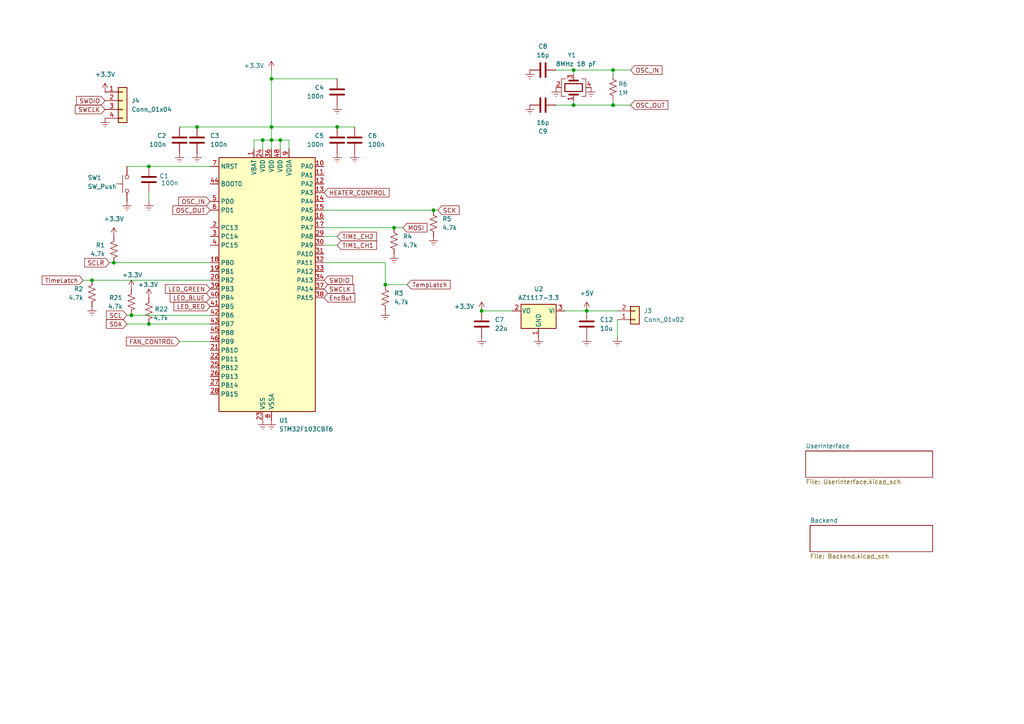
<source format=kicad_sch>
(kicad_sch (version 20231120) (generator "eeschema") (generator_version "8.0")
  (paper "A4")
  (lib_symbols
    (symbol "Connector_Generic:Conn_01x02" (pin_names (offset 1.016) hide)
      (property "Reference" "J3" (at 2.54 0.0001 0))
      (property "Value" "Conn_01x02" (at 2.54 -2.5399 0))
      (symbol "Conn_01x02_1_1"
        (rectangle (start -1.27 -2.413) (end 0 -2.667) (stroke (width 0.1524)))
        (rectangle (start -1.27 0.127) (end 0 -0.127) (stroke (width 0.1524)))
        (rectangle (start -1.27 1.27) (end 1.27 -3.81) (stroke (width 0.254)) (fill (type background)))
        (pin passive line (at -5.08 -2.54 0) (length 3.81) (name "Pin_2") (number "1"))
        (pin passive line (at -5.08 0 0) (length 3.81) (name "Pin_1") (number "2"))
      )
    )
    (symbol "Connector_Generic:Conn_01x04" (pin_names (offset 1.016) hide)
      (property "Reference" "J" (at 0 5.08 0))
      (property "Value" "Conn_01x04" (at 0 -7.62 0))
      (symbol "Conn_01x04_1_1"
        (rectangle (start -1.27 -4.953) (end 0 -5.207) (stroke (width 0.1524)))
        (rectangle (start -1.27 -2.413) (end 0 -2.667) (stroke (width 0.1524)))
        (rectangle (start -1.27 0.127) (end 0 -0.127) (stroke (width 0.1524)))
        (rectangle (start -1.27 2.667) (end 0 2.413) (stroke (width 0.1524)))
        (rectangle (start -1.27 3.81) (end 1.27 -6.35) (stroke (width 0.254)) (fill (type background)))
        (pin passive line (at -5.08 2.54 0) (length 3.81) (name "Pin_1") (number "1"))
        (pin passive line (at -5.08 0 0) (length 3.81) (name "Pin_2") (number "2"))
        (pin passive line (at -5.08 -2.54 0) (length 3.81) (name "Pin_3") (number "3"))
        (pin passive line (at -5.08 -5.08 0) (length 3.81) (name "Pin_4") (number "4"))
      )
    )
    (symbol "Device:C" (pin_numbers hide) (pin_names (offset 0.254))
      (property "Reference" "C" (at 0.635 2.54 0))
      (property "Value" "C" (at 0.635 -2.54 0))
      (symbol "C_0_1"
        (polyline (pts (xy -2.032 -0.762) (xy 2.032 -0.762)) (stroke (width 0.508)))
        (polyline (pts (xy -2.032 0.762) (xy 2.032 0.762)) (stroke (width 0.508)))
      )
      (symbol "C_1_1"
        (pin passive line (at 0 3.81 270) (length 2.794) (name "~") (number "1"))
        (pin passive line (at 0 -3.81 90) (length 2.794) (name "~") (number "2"))
      )
    )
    (symbol "Device:Crystal_GND24" (pin_names (offset 1.016) hide)
      (property "Reference" "Y" (at 3.175 5.08 0))
      (property "Value" "Crystal_GND24" (at 3.175 3.175 0))
      (symbol "Crystal_GND24_0_1"
        (rectangle (start -1.143 2.54) (end 1.143 -2.54) (stroke (width 0.3048)))
        (polyline (pts (xy -2.54 0) (xy -2.032 0)))
        (polyline (pts (xy -2.032 -1.27) (xy -2.032 1.27)) (stroke (width 0.508)))
        (polyline (pts (xy 0 -3.81) (xy 0 -3.556)))
        (polyline (pts (xy 0 3.556) (xy 0 3.81)))
        (polyline (pts (xy 2.032 -1.27) (xy 2.032 1.27)) (stroke (width 0.508)))
        (polyline (pts (xy 2.032 0) (xy 2.54 0)))
        (polyline (pts (xy -2.54 -2.286) (xy -2.54 -3.556) (xy 2.54 -3.556) (xy 2.54 -2.286)))
        (polyline (pts (xy -2.54 2.286) (xy -2.54 3.556) (xy 2.54 3.556) (xy 2.54 2.286)))
      )
      (symbol "Crystal_GND24_1_1"
        (pin passive line (at -3.81 0 0) (length 1.27) (name "1") (number "1"))
        (pin passive line (at 0 5.08 270) (length 1.27) (name "2") (number "2"))
        (pin passive line (at 3.81 0 180) (length 1.27) (name "3") (number "3"))
        (pin passive line (at 0 -5.08 90) (length 1.27) (name "4") (number "4"))
      )
    )
    (symbol "Device:R_US" (pin_numbers hide) (pin_names (offset 0))
      (property "Reference" "R" (at 2.54 0 90))
      (property "Value" "R_US" (at -2.54 0 90))
      (symbol "R_US_0_1"
        (polyline (pts (xy 0 -2.286) (xy 0 -2.54)))
        (polyline (pts (xy 0 2.286) (xy 0 2.54)))
        (polyline (pts (xy 0 -0.762) (xy 1.016 -1.143) (xy 0 -1.524) (xy -1.016 -1.905) (xy 0 -2.286)))
        (polyline (pts (xy 0 0.762) (xy 1.016 0.381) (xy 0 0) (xy -1.016 -0.381) (xy 0 -0.762)))
        (polyline (pts (xy 0 2.286) (xy 1.016 1.905) (xy 0 1.524) (xy -1.016 1.143) (xy 0 0.762)))
      )
      (symbol "R_US_1_1"
        (pin passive line (at 0 3.81 270) (length 1.27) (name "~") (number "1"))
        (pin passive line (at 0 -3.81 90) (length 1.27) (name "~") (number "2"))
      )
    )
    (symbol "MCU_ST_STM32F1:STM32F103CBTx"
      (property "Reference" "U" (at -12.7 39.37 0))
      (property "Value" "STM32F103CBTx" (at 10.16 39.37 0))
      (symbol "STM32F103CBTx_0_1"
        (rectangle (start -12.7 -35.56) (end 15.24 38.1) (stroke (width 0.254)) (fill (type background)))
      )
      (symbol "STM32F103CBTx_1_1"
        (pin power_in line (at -2.54 40.64 270) (length 2.54) (name "VBAT") (number "1"))
        (pin bidirectional line (at 17.78 35.56 180) (length 2.54) (name "PA0") (number "10"))
        (pin bidirectional line (at 17.78 33.02 180) (length 2.54) (name "PA1") (number "11"))
        (pin bidirectional line (at 17.78 30.48 180) (length 2.54) (name "PA2") (number "12"))
        (pin bidirectional line (at 17.78 27.94 180) (length 2.54) (name "PA3") (number "13"))
        (pin bidirectional line (at 17.78 25.4 180) (length 2.54) (name "PA4") (number "14"))
        (pin bidirectional line (at 17.78 22.86 180) (length 2.54) (name "PA5") (number "15"))
        (pin bidirectional line (at 17.78 20.32 180) (length 2.54) (name "PA6") (number "16"))
        (pin bidirectional line (at 17.78 17.78 180) (length 2.54) (name "PA7") (number "17"))
        (pin bidirectional line (at -15.24 7.62 0) (length 2.54) (name "PB0") (number "18"))
        (pin bidirectional line (at -15.24 5.08 0) (length 2.54) (name "PB1") (number "19"))
        (pin bidirectional line (at -15.24 17.78 0) (length 2.54) (name "PC13") (number "2"))
        (pin bidirectional line (at -15.24 2.54 0) (length 2.54) (name "PB2") (number "20"))
        (pin bidirectional line (at -15.24 -17.78 0) (length 2.54) (name "PB10") (number "21"))
        (pin bidirectional line (at -15.24 -20.32 0) (length 2.54) (name "PB11") (number "22"))
        (pin power_in line (at 0 -38.1 90) (length 2.54) (name "VSS") (number "23"))
        (pin power_in line (at 0 40.64 270) (length 2.54) (name "VDD") (number "24"))
        (pin bidirectional line (at -15.24 -22.86 0) (length 2.54) (name "PB12") (number "25"))
        (pin bidirectional line (at -15.24 -25.4 0) (length 2.54) (name "PB13") (number "26"))
        (pin bidirectional line (at -15.24 -27.94 0) (length 2.54) (name "PB14") (number "27"))
        (pin bidirectional line (at -15.24 -30.48 0) (length 2.54) (name "PB15") (number "28"))
        (pin bidirectional line (at 17.78 15.24 180) (length 2.54) (name "PA8") (number "29"))
        (pin bidirectional line (at -15.24 15.24 0) (length 2.54) (name "PC14") (number "3"))
        (pin bidirectional line (at 17.78 12.7 180) (length 2.54) (name "PA9") (number "30"))
        (pin bidirectional line (at 17.78 10.16 180) (length 2.54) (name "PA10") (number "31"))
        (pin bidirectional line (at 17.78 7.62 180) (length 2.54) (name "PA11") (number "32"))
        (pin bidirectional line (at 17.78 5.08 180) (length 2.54) (name "PA12") (number "33"))
        (pin bidirectional line (at 17.78 2.54 180) (length 2.54) (name "PA13") (number "34"))
        (pin passive line (at 0 -38.1 90) (length 2.54) hide (name "VSS") (number "35"))
        (pin power_in line (at 2.54 40.64 270) (length 2.54) (name "VDD") (number "36"))
        (pin bidirectional line (at 17.78 0 180) (length 2.54) (name "PA14") (number "37"))
        (pin bidirectional line (at 17.78 -2.54 180) (length 2.54) (name "PA15") (number "38"))
        (pin bidirectional line (at -15.24 0 0) (length 2.54) (name "PB3") (number "39"))
        (pin bidirectional line (at -15.24 12.7 0) (length 2.54) (name "PC15") (number "4"))
        (pin bidirectional line (at -15.24 -2.54 0) (length 2.54) (name "PB4") (number "40"))
        (pin bidirectional line (at -15.24 -5.08 0) (length 2.54) (name "PB5") (number "41"))
        (pin bidirectional line (at -15.24 -7.62 0) (length 2.54) (name "PB6") (number "42"))
        (pin bidirectional line (at -15.24 -10.16 0) (length 2.54) (name "PB7") (number "43"))
        (pin input line (at -15.24 30.48 0) (length 2.54) (name "BOOT0") (number "44"))
        (pin bidirectional line (at -15.24 -12.7 0) (length 2.54) (name "PB8") (number "45"))
        (pin bidirectional line (at -15.24 -15.24 0) (length 2.54) (name "PB9") (number "46"))
        (pin passive line (at 0 -38.1 90) (length 2.54) hide (name "VSS") (number "47"))
        (pin power_in line (at 5.08 40.64 270) (length 2.54) (name "VDD") (number "48"))
        (pin bidirectional line (at -15.24 25.4 0) (length 2.54) (name "PD0") (number "5"))
        (pin bidirectional line (at -15.24 22.86 0) (length 2.54) (name "PD1") (number "6"))
        (pin input line (at -15.24 35.56 0) (length 2.54) (name "NRST") (number "7"))
        (pin power_in line (at 2.54 -38.1 90) (length 2.54) (name "VSSA") (number "8"))
        (pin power_in line (at 7.62 40.64 270) (length 2.54) (name "VDDA") (number "9"))
      )
    )
    (symbol "Regulator_Linear:AZ1117-3.3" (pin_names (offset 0.254))
      (property "Reference" "U" (at -3.81 3.175 0))
      (property "Value" "AZ1117-3.3" (at 0 3.175 0))
      (symbol "AZ1117-3.3_0_1"
        (rectangle (start -5.08 1.905) (end 5.08 -5.08) (stroke (width 0.254)) (fill (type background)))
      )
      (symbol "AZ1117-3.3_1_1"
        (pin power_in line (at 0 -7.62 90) (length 2.54) (name "GND") (number "1"))
        (pin power_out line (at 7.62 0 180) (length 2.54) (name "VO") (number "2"))
        (pin power_in line (at -7.62 0 0) (length 2.54) (name "VI") (number "3"))
      )
    )
    (symbol "Switch:SW_Push" (pin_numbers hide) (pin_names (offset 1.016) hide)
      (property "Reference" "SW" (at 1.27 2.54 0))
      (property "Value" "SW_Push" (at 0 -1.524 0))
      (symbol "SW_Push_0_1"
        (circle (center -2.032 0) (radius 0.508))
        (polyline (pts (xy 0 1.27) (xy 0 3.048)))
        (polyline (pts (xy 2.54 1.27) (xy -2.54 1.27)))
        (circle (center 2.032 0) (radius 0.508))
        (pin passive line (at -5.08 0 0) (length 2.54) (name "1") (number "1"))
        (pin passive line (at 5.08 0 180) (length 2.54) (name "2") (number "2"))
      )
    )
    (symbol "power:+3.3V" (power) (pin_numbers hide) (pin_names (offset 0) hide)
      (property "Value" "+3.3V" (at 0 3.556 0))
      (symbol "+3.3V_0_1"
        (polyline (pts (xy -0.762 1.27) (xy 0 2.54)))
        (polyline (pts (xy 0 0) (xy 0 2.54)))
        (polyline (pts (xy 0 2.54) (xy 0.762 1.27)))
      )
      (symbol "+3.3V_1_1"
        (pin power_in line (at 0 0 90) (length 0) (name "~") (number "1"))
      )
    )
    (symbol "power:+5V" (power) (pin_numbers hide) (pin_names (offset 0) hide)
      (property "Value" "+5V" (at 0 3.556 0))
      (symbol "+5V_0_1"
        (polyline (pts (xy -0.762 1.27) (xy 0 2.54)))
        (polyline (pts (xy 0 0) (xy 0 2.54)))
        (polyline (pts (xy 0 2.54) (xy 0.762 1.27)))
      )
      (symbol "+5V_1_1"
        (pin power_in line (at 0 0 90) (length 0) (name "~") (number "1"))
      )
    )
    (symbol "power:Earth" (power) (pin_numbers hide) (pin_names (offset 0) hide)
      (property "Value" "Earth" (at 0 -3.81 0))
      (symbol "Earth_0_1"
        (polyline (pts (xy -0.635 -1.905) (xy 0.635 -1.905)))
        (polyline (pts (xy -0.127 -2.54) (xy 0.127 -2.54)))
        (polyline (pts (xy 0 -1.27) (xy 0 0)))
        (polyline (pts (xy 1.27 -1.27) (xy -1.27 -1.27)))
      )
      (symbol "Earth_1_1"
        (pin power_in line (at 0 0 270) (length 0) (name "~") (number "1"))
      )
    )
  )
  (junction (at 81.28 40.64))
  (junction (at 125.73 60.96))
  (junction (at 139.7 90.17))
  (junction (at 114.3 66.04))
  (junction (at 38.1 91.44))
  (junction (at 76.2 40.64))
  (junction (at 57.15 36.83))
  (junction (at 170.18 90.17))
  (junction (at 177.8 30.48))
  (junction (at 166.37 30.48))
  (junction (at 78.74 22.86))
  (junction (at 111.76 82.55))
  (junction (at 33.02 76.2))
  (junction (at 177.8 20.32))
  (junction (at 43.18 48.26))
  (junction (at 97.79 36.83))
  (junction (at 43.18 93.98))
  (junction (at 78.74 40.64))
  (junction (at 26.67 81.28))
  (junction (at 78.74 36.83))
  (junction (at 166.37 20.32))
  (wire (pts (xy 182.88 30.48) (xy 177.8 30.48)))
  (wire (pts (xy 83.82 43.18) (xy 83.82 40.64)))
  (wire (pts (xy 38.1 91.44) (xy 60.96 91.44)))
  (wire (pts (xy 177.8 30.48) (xy 177.8 29.21)))
  (wire (pts (xy 97.79 22.86) (xy 78.74 22.86)))
  (wire (pts (xy 78.74 20.32) (xy 78.74 22.86)))
  (wire (pts (xy 24.13 81.28) (xy 26.67 81.28)))
  (wire (pts (xy 36.83 91.44) (xy 38.1 91.44)))
  (wire (pts (xy 179.07 92.71) (xy 179.07 97.79)))
  (wire (pts (xy 161.29 30.48) (xy 166.37 30.48)))
  (wire (pts (xy 83.82 40.64) (xy 81.28 40.64)))
  (wire (pts (xy 166.37 20.32) (xy 166.37 21.59)))
  (wire (pts (xy 163.83 90.17) (xy 170.18 90.17)))
  (wire (pts (xy 31.75 76.2) (xy 33.02 76.2)))
  (wire (pts (xy 36.83 93.98) (xy 43.18 93.98)))
  (wire (pts (xy 52.07 36.83) (xy 57.15 36.83)))
  (wire (pts (xy 166.37 20.32) (xy 177.8 20.32)))
  (wire (pts (xy 170.18 90.17) (xy 179.07 90.17)))
  (wire (pts (xy 78.74 40.64) (xy 78.74 43.18)))
  (wire (pts (xy 139.7 90.17) (xy 148.59 90.17)))
  (wire (pts (xy 127 60.96) (xy 125.73 60.96)))
  (wire (pts (xy 76.2 40.64) (xy 78.74 40.64)))
  (wire (pts (xy 78.74 36.83) (xy 97.79 36.83)))
  (wire (pts (xy 78.74 22.86) (xy 78.74 36.83)))
  (wire (pts (xy 182.88 20.32) (xy 177.8 20.32)))
  (wire (pts (xy 111.76 76.2) (xy 111.76 82.55)))
  (wire (pts (xy 111.76 82.55) (xy 118.11 82.55)))
  (wire (pts (xy 43.18 48.26) (xy 60.96 48.26)))
  (wire (pts (xy 26.67 81.28) (xy 60.96 81.28)))
  (wire (pts (xy 73.66 43.18) (xy 73.66 40.64)))
  (wire (pts (xy 43.18 58.42) (xy 43.18 55.88)))
  (wire (pts (xy 166.37 30.48) (xy 177.8 30.48)))
  (wire (pts (xy 43.18 93.98) (xy 60.96 93.98)))
  (wire (pts (xy 52.07 99.06) (xy 60.96 99.06)))
  (wire (pts (xy 97.79 36.83) (xy 102.87 36.83)))
  (wire (pts (xy 73.66 40.64) (xy 76.2 40.64)))
  (wire (pts (xy 81.28 43.18) (xy 81.28 40.64)))
  (wire (pts (xy 93.98 68.58) (xy 97.79 68.58)))
  (wire (pts (xy 93.98 76.2) (xy 111.76 76.2)))
  (wire (pts (xy 33.02 76.2) (xy 60.96 76.2)))
  (wire (pts (xy 57.15 36.83) (xy 78.74 36.83)))
  (wire (pts (xy 36.83 48.26) (xy 43.18 48.26)))
  (wire (pts (xy 93.98 71.12) (xy 97.79 71.12)))
  (wire (pts (xy 116.84 66.04) (xy 114.3 66.04)))
  (wire (pts (xy 177.8 20.32) (xy 177.8 21.59)))
  (wire (pts (xy 78.74 36.83) (xy 78.74 40.64)))
  (wire (pts (xy 125.73 60.96) (xy 93.98 60.96)))
  (wire (pts (xy 81.28 40.64) (xy 78.74 40.64)))
  (wire (pts (xy 114.3 66.04) (xy 93.98 66.04)))
  (wire (pts (xy 161.29 20.32) (xy 166.37 20.32)))
  (wire (pts (xy 166.37 30.48) (xy 166.37 29.21)))
  (wire (pts (xy 76.2 43.18) (xy 76.2 40.64)))
  (global_label "SWCLK" (shape input) (at 93.98 83.82 0) (property "Intersheetrefs" "${INTERSHEET_REFS}" (effects (hide yes))))
  (global_label "OSC_IN" (shape input) (at 182.88 20.32 0) (property "Intersheetrefs" "${INTERSHEET_REFS}" (effects (hide yes))))
  (global_label "SWDIO" (shape input) (at 30.48 29.21 180) (property "Intersheetrefs" "${INTERSHEET_REFS}" (effects (hide yes))))
  (global_label "SCK" (shape input) (at 127 60.96 0) (property "Intersheetrefs" "${INTERSHEET_REFS}" (effects (hide yes))))
  (global_label "LED_BLUE" (shape input) (at 60.96 86.36 180) (property "Intersheetrefs" "${INTERSHEET_REFS}" (effects (hide yes))))
  (global_label "MOSI" (shape input) (at 116.84 66.04 0) (property "Intersheetrefs" "${INTERSHEET_REFS}" (effects (hide yes))))
  (global_label "TIM1_CH2" (shape input) (at 97.79 68.58 0) (property "Intersheetrefs" "${INTERSHEET_REFS}" (effects (hide yes))))
  (global_label "SCLR" (shape input) (at 31.75 76.2 180) (property "Intersheetrefs" "${INTERSHEET_REFS}" (effects (hide yes))))
  (global_label "SDA" (shape input) (at 36.83 93.98 180) (property "Intersheetrefs" "${INTERSHEET_REFS}" (effects (hide yes))))
  (global_label "FAN_CONTROL" (shape input) (at 52.07 99.06 180) (property "Intersheetrefs" "${INTERSHEET_REFS}" (effects (hide yes))))
  (global_label "OSC_OUT" (shape input) (at 60.96 60.96 180) (property "Intersheetrefs" "${INTERSHEET_REFS}" (effects (hide yes))))
  (global_label "OSC_OUT" (shape input) (at 182.88 30.48 0) (property "Intersheetrefs" "${INTERSHEET_REFS}" (effects (hide yes))))
  (global_label "SCL" (shape input) (at 36.83 91.44 180) (property "Intersheetrefs" "${INTERSHEET_REFS}" (effects (hide yes))))
  (global_label "OSC_IN" (shape input) (at 60.96 58.42 180) (property "Intersheetrefs" "${INTERSHEET_REFS}" (effects (hide yes))))
  (global_label "TimeLatch" (shape input) (at 24.13 81.28 180) (property "Intersheetrefs" "${INTERSHEET_REFS}" (effects (hide yes))))
  (global_label "LED_GREEN" (shape input) (at 60.96 83.82 180) (property "Intersheetrefs" "${INTERSHEET_REFS}" (effects (hide yes))))
  (global_label "LED_RED" (shape input) (at 60.96 88.9 180) (property "Intersheetrefs" "${INTERSHEET_REFS}" (effects (hide yes))))
  (global_label "SWCLK" (shape input) (at 30.48 31.75 180) (property "Intersheetrefs" "${INTERSHEET_REFS}" (effects (hide yes))))
  (global_label "EncBut" (shape input) (at 93.98 86.36 0) (property "Intersheetrefs" "${INTERSHEET_REFS}" (effects (hide yes))))
  (global_label "TIM1_CH1" (shape input) (at 97.79 71.12 0) (property "Intersheetrefs" "${INTERSHEET_REFS}" (effects (hide yes))))
  (global_label "TempLatch" (shape input) (at 118.11 82.55 0) (property "Intersheetrefs" "${INTERSHEET_REFS}" (effects (hide yes))))
  (global_label "HEATER_CONTROL" (shape input) (at 93.98 55.88 0) (property "Intersheetrefs" "${INTERSHEET_REFS}" (effects (hide yes))))
  (global_label "SWDIO" (shape input) (at 93.98 81.28 0) (property "Intersheetrefs" "${INTERSHEET_REFS}" (effects (hide yes))))
  (symbol (lib_id "Device:C") (at 97.79 26.67 0) (mirror y) (unit 1)
    (property "Reference" "C4" (at 93.98 25.3999 0) (effects (justify left)))
    (property "Value" "100n" (at 93.98 27.9399 0) (effects (justify left)))
    (property "Footprint" "Capacitor_SMD:C_0805_2012Metric" (effects (hide yes)))
    (property "Description" "Unpolarized capacitor" (effects (hide yes)))
  )
  (symbol (lib_id "Device:C") (at 43.18 52.07 0) (unit 1)
    (property "Reference" "C1" (at 46.228 51.054 0) (effects (justify left)))
    (property "Value" "100n" (at 46.736 53.086 0) (effects (justify left)))
    (property "Footprint" "Capacitor_SMD:C_0805_2012Metric" (effects (hide yes)))
    (property "Description" "Unpolarized capacitor" (effects (hide yes)))
  )
  (symbol (lib_id "Device:Crystal_GND24") (at 166.37 25.4 90) (unit 1)
    (property "Reference" "Y1" (at 165.862 16.002 90))
    (property "Value" "8MHz 18 pF" (at 167.132 18.542 90))
    (property "Footprint" "Crystal:Crystal_SMD_TXC_7M-4Pin_3.2x2.5mm" (effects (hide yes)))
    (property "Datasheet" "https://ecsxtal.com/store/pdf/ECX-33B2Q.pdf" (effects (hide yes)))
    (property "Description" "Four pin crystal, GND on pins 2 and 4" (effects (hide yes)))
  )
  (symbol (lib_id "Device:R_US") (at 125.73 64.77 0) (unit 1)
    (property "Reference" "R5" (at 128.27 63.4999 0) (effects (justify left)))
    (property "Value" "4.7k" (at 128.27 66.0399 0) (effects (justify left)))
    (property "Footprint" "Resistor_SMD:R_0805_2012Metric" (effects (hide yes)))
    (property "Description" "Resistor, US symbol" (effects (hide yes)))
  )
  (symbol (lib_id "Device:C") (at 170.18 93.98 0) (unit 1)
    (property "Reference" "C12" (at 173.99 92.7099 0) (effects (justify left)))
    (property "Value" "10u" (at 173.99 95.2499 0) (effects (justify left)))
    (property "Footprint" "Capacitor_SMD:C_0805_2012Metric" (effects (hide yes)))
    (property "Description" "Unpolarized capacitor" (effects (hide yes)))
  )
  (symbol (lib_id "power:Earth") (at 97.79 44.45 0) (mirror y) (unit 1)
    (property "Reference" "#PWR014" (effects (hide yes)))
    (property "Value" "Earth" (effects (hide yes)))
    (property "Description" "Power symbol creates a global label with name \"Earth\"" (effects (hide yes)))
  )
  (symbol (lib_id "power:Earth") (at 76.2 121.92 0) (unit 1)
    (property "Reference" "#PWR010" (effects (hide yes)))
    (property "Value" "Earth" (effects (hide yes)))
    (property "Description" "Power symbol creates a global label with name \"Earth\"" (effects (hide yes)))
  )
  (symbol (lib_id "Device:C") (at 57.15 40.64 0) (unit 1)
    (property "Reference" "C3" (at 60.96 39.3699 0) (effects (justify left)))
    (property "Value" "100n" (at 60.96 41.9099 0) (effects (justify left)))
    (property "Footprint" "Capacitor_SMD:C_0805_2012Metric" (effects (hide yes)))
    (property "Description" "Unpolarized capacitor" (effects (hide yes)))
  )
  (symbol (lib_id "Connector_Generic:Conn_01x02") (at 184.15 90.17 0) (unit 1)
    (property "Reference" "J3" (at 186.69 90.1699 0) (effects (justify left)))
    (property "Value" "Conn_01x02" (at 186.69 92.7099 0) (effects (justify left)))
    (property "Footprint" "Connector_JST:JST_XH_B2B-XH-AM_1x02_P2.50mm_Vertical" (effects (hide yes)))
    (property "Description" "Generic connector, single row, 01x02, script generated (kicad-library-utils/schlib/autogen/connector/)" (effects (hide yes)))
  )
  (symbol (lib_id "Device:R_US") (at 38.1 87.63 0) (mirror y) (unit 1)
    (property "Reference" "R21" (at 35.56 86.3599 0) (effects (justify left)))
    (property "Value" "4.7k" (at 35.56 88.8999 0) (effects (justify left)))
    (property "Footprint" "Resistor_SMD:R_0805_2012Metric" (effects (hide yes)))
    (property "Description" "Resistor, US symbol" (effects (hide yes)))
  )
  (symbol (lib_id "power:Earth") (at 26.67 88.9 0) (mirror y) (unit 1)
    (property "Reference" "#PWR05" (effects (hide yes)))
    (property "Value" "Earth" (effects (hide yes)))
    (property "Description" "Power symbol creates a global label with name \"Earth\"" (effects (hide yes)))
  )
  (symbol (lib_id "power:Earth") (at 52.07 44.45 0) (mirror y) (unit 1)
    (property "Reference" "#PWR07" (effects (hide yes)))
    (property "Value" "Earth" (effects (hide yes)))
    (property "Description" "Power symbol creates a global label with name \"Earth\"" (effects (hide yes)))
  )
  (symbol (lib_id "Device:R_US") (at 111.76 86.36 0) (unit 1)
    (property "Reference" "R3" (at 114.3 85.0899 0) (effects (justify left)))
    (property "Value" "4.7k" (at 114.3 87.6299 0) (effects (justify left)))
    (property "Footprint" "Resistor_SMD:R_0805_2012Metric" (effects (hide yes)))
    (property "Description" "Resistor, US symbol" (effects (hide yes)))
  )
  (symbol (lib_id "power:Earth") (at 36.83 58.42 0) (mirror y) (unit 1)
    (property "Reference" "#PWR04" (effects (hide yes)))
    (property "Value" "Earth" (effects (hide yes)))
    (property "Description" "Power symbol creates a global label with name \"Earth\"" (effects (hide yes)))
  )
  (symbol (lib_id "power:+3.3V") (at 43.18 86.36 0) (unit 1)
    (property "Reference" "#PWR083" (effects (hide yes)))
    (property "Value" "+3.3V" (at 42.926 82.55 0))
    (property "Description" "Power symbol creates a global label with name \"+3.3V\"" (effects (hide yes)))
  )
  (symbol (lib_id "power:Earth") (at 156.21 97.79 0) (unit 1)
    (property "Reference" "#PWR024" (effects (hide yes)))
    (property "Value" "Earth" (effects (hide yes)))
    (property "Description" "Power symbol creates a global label with name \"Earth\"" (effects (hide yes)))
  )
  (symbol (lib_id "MCU_ST_STM32F1:STM32F103CBTx") (at 76.2 83.82 0) (unit 1)
    (property "Reference" "U1" (at 80.9341 121.92 0) (effects (justify left)))
    (property "Value" "STM32F103CBT6" (at 80.9341 124.46 0) (effects (justify left)))
    (property "Footprint" "Package_QFP:LQFP-48_7x7mm_P0.5mm" (effects (hide yes)))
    (property "Datasheet" "https://www.st.com/resource/en/datasheet/stm32f103cb.pdf" (effects (hide yes)))
    (property "Description" "STMicroelectronics Arm Cortex-M3 MCU, 128KB flash, 20KB RAM, 72 MHz, 2.0-3.6V, 37 GPIO, LQFP48" (effects (hide yes)))
  )
  (symbol (lib_id "Regulator_Linear:AZ1117-3.3") (at 156.21 90.17 0) (mirror y) (unit 1)
    (property "Reference" "U2" (at 156.21 83.82 0))
    (property "Value" "AZ1117-3.3" (at 156.21 86.36 0))
    (property "Footprint" "SamacSys_Parts:SOT230P700X180-4N" (effects (hide yes)))
    (property "Datasheet" "https://www.diodes.com/assets/Datasheets/AZ1117.pdf" (effects (hide yes)))
    (property "Description" "1A 20V Fixed LDO Linear Regulator, 3.3V, SOT-89/SOT-223/TO-220/TO-252/TO-263" (effects (hide yes)))
  )
  (symbol (lib_id "power:+3.3V") (at 30.48 26.67 0) (unit 1)
    (property "Reference" "#PWR01" (effects (hide yes)))
    (property "Value" "+3.3V" (at 30.48 21.59 0))
    (property "Description" "Power symbol creates a global label with name \"+3.3V\"" (effects (hide yes)))
  )
  (symbol (lib_id "power:Earth") (at 171.45 25.4 0) (unit 1)
    (property "Reference" "#PWR028" (effects (hide yes)))
    (property "Value" "Earth" (effects (hide yes)))
    (property "Description" "Power symbol creates a global label with name \"Earth\"" (effects (hide yes)))
  )
  (symbol (lib_id "Device:C") (at 157.48 30.48 90) (mirror x) (unit 1)
    (property "Reference" "C9" (at 157.48 38.1 90))
    (property "Value" "16p" (at 157.48 35.56 90))
    (property "Footprint" "Capacitor_SMD:C_0805_2012Metric" (effects (hide yes)))
    (property "Description" "Unpolarized capacitor" (effects (hide yes)))
  )
  (symbol (lib_id "power:Earth") (at 97.79 30.48 0) (mirror y) (unit 1)
    (property "Reference" "#PWR013" (effects (hide yes)))
    (property "Value" "Earth" (effects (hide yes)))
    (property "Description" "Power symbol creates a global label with name \"Earth\"" (effects (hide yes)))
  )
  (symbol (lib_id "power:Earth") (at 139.7 97.79 0) (unit 1)
    (property "Reference" "#PWR019" (effects (hide yes)))
    (property "Value" "Earth" (effects (hide yes)))
    (property "Description" "Power symbol creates a global label with name \"Earth\"" (effects (hide yes)))
  )
  (symbol (lib_id "Device:R_US") (at 33.02 72.39 0) (mirror y) (unit 1)
    (property "Reference" "R1" (at 30.48 71.1199 0) (effects (justify left)))
    (property "Value" "4.7k" (at 30.48 73.6599 0) (effects (justify left)))
    (property "Footprint" "Resistor_SMD:R_0805_2012Metric" (effects (hide yes)))
    (property "Description" "Resistor, US symbol" (effects (hide yes)))
  )
  (symbol (lib_id "power:Earth") (at 57.15 44.45 0) (unit 1)
    (property "Reference" "#PWR08" (effects (hide yes)))
    (property "Value" "Earth" (effects (hide yes)))
    (property "Description" "Power symbol creates a global label with name \"Earth\"" (effects (hide yes)))
  )
  (symbol (lib_id "power:+3.3V") (at 38.1 83.82 0) (unit 1)
    (property "Reference" "#PWR023" (effects (hide yes)))
    (property "Value" "+3.3V" (at 38.354 79.756 0))
    (property "Description" "Power symbol creates a global label with name \"+3.3V\"" (effects (hide yes)))
  )
  (symbol (lib_id "Device:R_US") (at 114.3 69.85 0) (unit 1)
    (property "Reference" "R4" (at 116.84 68.5799 0) (effects (justify left)))
    (property "Value" "4.7k" (at 116.84 71.1199 0) (effects (justify left)))
    (property "Footprint" "Resistor_SMD:R_0805_2012Metric" (effects (hide yes)))
    (property "Description" "Resistor, US symbol" (effects (hide yes)))
  )
  (symbol (lib_id "power:Earth") (at 111.76 90.17 0) (unit 1)
    (property "Reference" "#PWR09" (effects (hide yes)))
    (property "Value" "Earth" (effects (hide yes)))
    (property "Description" "Power symbol creates a global label with name \"Earth\"" (effects (hide yes)))
  )
  (symbol (lib_id "power:Earth") (at 153.67 30.48 0) (unit 1)
    (property "Reference" "#PWR021" (effects (hide yes)))
    (property "Value" "Earth" (effects (hide yes)))
    (property "Description" "Power symbol creates a global label with name \"Earth\"" (effects (hide yes)))
  )
  (symbol (lib_id "power:+3.3V") (at 139.7 90.17 0) (unit 1)
    (property "Reference" "#PWR018" (effects (hide yes)))
    (property "Value" "+3.3V" (at 134.62 88.9 0))
    (property "Description" "Power symbol creates a global label with name \"+3.3V\"" (effects (hide yes)))
  )
  (symbol (lib_id "Device:R_US") (at 43.18 90.17 0) (mirror y) (unit 1)
    (property "Reference" "R22" (at 48.768 89.662 0) (effects (justify left)))
    (property "Value" "4.7k" (at 48.768 92.202 0) (effects (justify left)))
    (property "Footprint" "Resistor_SMD:R_0805_2012Metric" (effects (hide yes)))
    (property "Description" "Resistor, US symbol" (effects (hide yes)))
  )
  (symbol (lib_id "Device:C") (at 157.48 20.32 90) (unit 1)
    (property "Reference" "C8" (at 157.48 13.462 90))
    (property "Value" "16p" (at 157.48 16.002 90))
    (property "Footprint" "Capacitor_SMD:C_0805_2012Metric" (effects (hide yes)))
    (property "Description" "Unpolarized capacitor" (effects (hide yes)))
  )
  (symbol (lib_id "power:Earth") (at 170.18 97.79 0) (unit 1)
    (property "Reference" "#PWR027" (effects (hide yes)))
    (property "Value" "Earth" (effects (hide yes)))
    (property "Description" "Power symbol creates a global label with name \"Earth\"" (effects (hide yes)))
  )
  (symbol (lib_id "power:Earth") (at 78.74 121.92 0) (unit 1)
    (property "Reference" "#PWR012" (effects (hide yes)))
    (property "Value" "Earth" (effects (hide yes)))
    (property "Description" "Power symbol creates a global label with name \"Earth\"" (effects (hide yes)))
  )
  (symbol (lib_id "power:+3.3V") (at 33.02 68.58 0) (unit 1)
    (property "Reference" "#PWR03" (effects (hide yes)))
    (property "Value" "+3.3V" (at 33.02 63.5 0))
    (property "Description" "Power symbol creates a global label with name \"+3.3V\"" (effects (hide yes)))
  )
  (symbol (lib_id "power:Earth") (at 43.18 58.42 0) (mirror y) (unit 1)
    (property "Reference" "#PWR06" (effects (hide yes)))
    (property "Value" "Earth" (effects (hide yes)))
    (property "Description" "Power symbol creates a global label with name \"Earth\"" (effects (hide yes)))
  )
  (symbol (lib_id "Device:C") (at 139.7 93.98 0) (unit 1)
    (property "Reference" "C7" (at 143.51 92.7099 0) (effects (justify left)))
    (property "Value" "22u" (at 143.51 95.2499 0) (effects (justify left)))
    (property "Footprint" "Capacitor_SMD:C_0805_2012Metric" (effects (hide yes)))
    (property "Description" "Unpolarized capacitor" (effects (hide yes)))
  )
  (symbol (lib_id "power:Earth") (at 102.87 44.45 0) (unit 1)
    (property "Reference" "#PWR015" (effects (hide yes)))
    (property "Value" "Earth" (effects (hide yes)))
    (property "Description" "Power symbol creates a global label with name \"Earth\"" (effects (hide yes)))
  )
  (symbol (lib_id "Device:R_US") (at 26.67 85.09 0) (mirror y) (unit 1)
    (property "Reference" "R2" (at 24.13 83.8199 0) (effects (justify left)))
    (property "Value" "4.7k" (at 24.13 86.3599 0) (effects (justify left)))
    (property "Footprint" "Resistor_SMD:R_0805_2012Metric" (effects (hide yes)))
    (property "Description" "Resistor, US symbol" (effects (hide yes)))
  )
  (symbol (lib_id "power:Earth") (at 125.73 68.58 0) (unit 1)
    (property "Reference" "#PWR017" (effects (hide yes)))
    (property "Value" "Earth" (effects (hide yes)))
    (property "Description" "Power symbol creates a global label with name \"Earth\"" (effects (hide yes)))
  )
  (symbol (lib_id "power:Earth") (at 153.67 20.32 0) (unit 1)
    (property "Reference" "#PWR020" (effects (hide yes)))
    (property "Value" "Earth" (effects (hide yes)))
    (property "Description" "Power symbol creates a global label with name \"Earth\"" (effects (hide yes)))
  )
  (symbol (lib_id "Device:C") (at 102.87 40.64 0) (unit 1)
    (property "Reference" "C6" (at 106.68 39.3699 0) (effects (justify left)))
    (property "Value" "100n" (at 106.68 41.9099 0) (effects (justify left)))
    (property "Footprint" "Capacitor_SMD:C_0805_2012Metric" (effects (hide yes)))
    (property "Description" "Unpolarized capacitor" (effects (hide yes)))
  )
  (symbol (lib_id "power:Earth") (at 179.07 97.79 0) (unit 1)
    (property "Reference" "#PWR029" (effects (hide yes)))
    (property "Value" "Earth" (effects (hide yes)))
    (property "Description" "Power symbol creates a global label with name \"Earth\"" (effects (hide yes)))
  )
  (symbol (lib_id "power:Earth") (at 114.3 73.66 0) (unit 1)
    (property "Reference" "#PWR016" (effects (hide yes)))
    (property "Value" "Earth" (effects (hide yes)))
    (property "Description" "Power symbol creates a global label with name \"Earth\"" (effects (hide yes)))
  )
  (symbol (lib_id "Switch:SW_Push") (at 36.83 53.34 90) (unit 1)
    (property "Reference" "SW1" (at 25.4 51.562 90) (effects (justify right)))
    (property "Value" "SW_Push" (at 25.4 54.102 90) (effects (justify right)))
    (property "Description" "Push button switch, generic, two pins" (effects (hide yes)))
  )
  (symbol (lib_id "Device:R_US") (at 177.8 25.4 0) (unit 1)
    (property "Reference" "R6" (at 179.324 24.384 0) (effects (justify left)))
    (property "Value" "1M" (at 179.324 26.924 0) (effects (justify left)))
    (property "Footprint" "Resistor_SMD:R_0805_2012Metric" (effects (hide yes)))
    (property "Description" "Resistor, US symbol" (effects (hide yes)))
  )
  (symbol (lib_id "power:Earth") (at 30.48 34.29 0) (unit 1)
    (property "Reference" "#PWR02" (effects (hide yes)))
    (property "Value" "Earth" (effects (hide yes)))
    (property "Description" "Power symbol creates a global label with name \"Earth\"" (effects (hide yes)))
  )
  (symbol (lib_id "Connector_Generic:Conn_01x04") (at 35.56 29.21 0) (unit 1)
    (property "Reference" "J4" (at 38.1 29.2099 0) (effects (justify left)))
    (property "Value" "Conn_01x04" (at 38.1 31.7499 0) (effects (justify left)))
    (property "Footprint" "Connector_JST:JST_XH_B4B-XH-AM_1x04_P2.50mm_Vertical" (effects (hide yes)))
    (property "Description" "Generic connector, single row, 01x04, script generated (kicad-library-utils/schlib/autogen/connector/)" (effects (hide yes)))
  )
  (symbol (lib_id "power:+5V") (at 170.18 90.17 0) (unit 1)
    (property "Reference" "#PWR026" (effects (hide yes)))
    (property "Value" "+5V" (at 170.18 85.09 0))
    (property "Description" "Power symbol creates a global label with name \"+5V\"" (effects (hide yes)))
  )
  (symbol (lib_id "power:+3.3V") (at 78.74 20.32 0) (unit 1)
    (property "Reference" "#PWR011" (effects (hide yes)))
    (property "Value" "+3.3V" (at 73.66 19.05 0))
    (property "Description" "Power symbol creates a global label with name \"+3.3V\"" (effects (hide yes)))
  )
  (symbol (lib_id "Device:C") (at 52.07 40.64 0) (mirror y) (unit 1)
    (property "Reference" "C2" (at 48.26 39.3699 0) (effects (justify left)))
    (property "Value" "100n" (at 48.26 41.9099 0) (effects (justify left)))
    (property "Footprint" "Capacitor_SMD:C_0805_2012Metric" (effects (hide yes)))
    (property "Description" "Unpolarized capacitor" (effects (hide yes)))
  )
  (symbol (lib_id "power:Earth") (at 161.29 25.4 0) (unit 1)
    (property "Reference" "#PWR025" (effects (hide yes)))
    (property "Value" "Earth" (effects (hide yes)))
    (property "Description" "Power symbol creates a global label with name \"Earth\"" (effects (hide yes)))
  )
  (symbol (lib_id "Device:C") (at 97.79 40.64 0) (mirror y) (unit 1)
    (property "Reference" "C5" (at 93.98 39.3699 0) (effects (justify left)))
    (property "Value" "100n" (at 93.98 41.9099 0) (effects (justify left)))
    (property "Footprint" "Capacitor_SMD:C_0805_2012Metric" (effects (hide yes)))
    (property "Description" "Unpolarized capacitor" (effects (hide yes)))
  )
  (sheet (at 234.95 152.4) (size 35.56 7.62) (stroke (width 0.1524))
    (property "Sheetname" "Backend" (at 234.95 151.6884 0) (effects (justify left bottom)))
    (property "Sheetfile" "Backend.kicad_sch" (at 234.95 160.6046 0) (effects (justify left top)))
  )
  (sheet (at 233.68 130.81) (size 36.83 7.62) (stroke (width 0.1524))
    (property "Sheetname" "UserInterface" (at 233.68 130.0984 0) (effects (justify left bottom)))
    (property "Sheetfile" "UserInterface.kicad_sch" (at 233.68 139.0146 0) (effects (justify left top)))
  )
)
</source>
